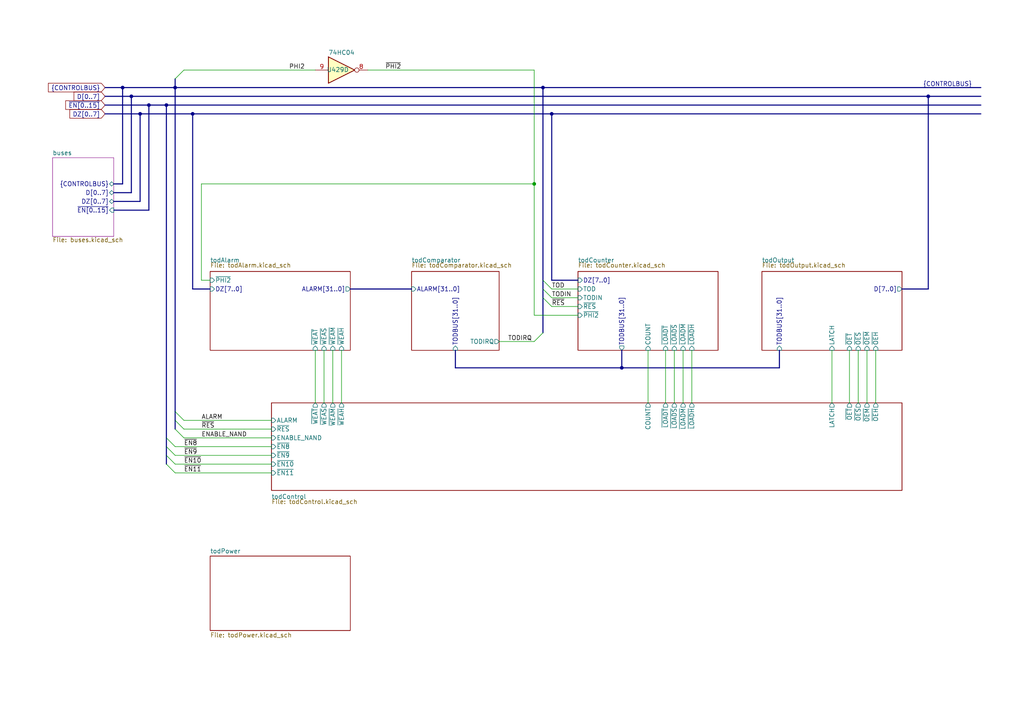
<source format=kicad_sch>
(kicad_sch (version 20211123) (generator eeschema)
  (paper "A4")
  (title_block (title "74HCT6526 Board 4") (date "2023-06-22") (rev "0.2.2") (company "Daniel Molina") (comment 1 "https://github.com/dmolinagarcia/74HCT6526"))
  (lib_symbols
    (symbol "74xx:74HC04"
      (property "Reference" "U" (at 0 1.27 0))
      (property "Value" "74HC04" (at 0 -1.27 0))
      (symbol "74HC04_1_0"
        (polyline (pts (xy -3.81 3.81) (xy -3.81 -3.81) (xy 3.81 0) (xy -3.81 3.81)) (stroke (width 0.254)) (fill (type background)))
        (pin input line (at -7.62 0 0) (length 3.81) (name "~") (number "1"))
        (pin output inverted (at 7.62 0 180) (length 3.81) (name "~") (number "2"))
      )
      (symbol "74HC04_2_0"
        (polyline (pts (xy -3.81 3.81) (xy -3.81 -3.81) (xy 3.81 0) (xy -3.81 3.81)) (stroke (width 0.254)) (fill (type background)))
        (pin input line (at -7.62 0 0) (length 3.81) (name "~") (number "3"))
        (pin output inverted (at 7.62 0 180) (length 3.81) (name "~") (number "4"))
      )
      (symbol "74HC04_3_0"
        (polyline (pts (xy -3.81 3.81) (xy -3.81 -3.81) (xy 3.81 0) (xy -3.81 3.81)) (stroke (width 0.254)) (fill (type background)))
        (pin input line (at -7.62 0 0) (length 3.81) (name "~") (number "5"))
        (pin output inverted (at 7.62 0 180) (length 3.81) (name "~") (number "6"))
      )
      (symbol "74HC04_4_0"
        (polyline (pts (xy -3.81 3.81) (xy -3.81 -3.81) (xy 3.81 0) (xy -3.81 3.81)) (stroke (width 0.254)) (fill (type background)))
        (pin output inverted (at 7.62 0 180) (length 3.81) (name "~") (number "8"))
        (pin input line (at -7.62 0 0) (length 3.81) (name "~") (number "9"))
      )
      (symbol "74HC04_5_0"
        (polyline (pts (xy -3.81 3.81) (xy -3.81 -3.81) (xy 3.81 0) (xy -3.81 3.81)) (stroke (width 0.254)) (fill (type background)))
        (pin output inverted (at 7.62 0 180) (length 3.81) (name "~") (number "10"))
        (pin input line (at -7.62 0 0) (length 3.81) (name "~") (number "11"))
      )
      (symbol "74HC04_6_0"
        (polyline (pts (xy -3.81 3.81) (xy -3.81 -3.81) (xy 3.81 0) (xy -3.81 3.81)) (stroke (width 0.254)) (fill (type background)))
        (pin output inverted (at 7.62 0 180) (length 3.81) (name "~") (number "12"))
        (pin input line (at -7.62 0 0) (length 3.81) (name "~") (number "13"))
      )
      (symbol "74HC04_7_0"
        (pin power_in line (at 0 12.7 270) (length 5.08) (name "VCC") (number "14"))
        (pin power_in line (at 0 -12.7 90) (length 5.08) (name "GND") (number "7"))
      )
      (symbol "74HC04_7_1"
        (rectangle (start -5.08 7.62) (end 5.08 -7.62) (stroke (width 0.254)) (fill (type background)))
      )
    )
  )
  (bus_alias "ENABLEBUS" (members "~{EN[0..15]}"))
  (bus_alias "DATABUS" (members "D[0..7]" "DZ[0..7]"))
  (bus_alias "CONTROLBUS" (members "TASTART" "CNT" "SP" "PHI2" "~{FLAG}" "TOD" "TAPULSE" "TBPULSE" "TODIRQ" "~{IRQ}" "PB6ON" "PB7ON" "TAOUT" "TBOUT" "SPMODE" "TODIN" "ALARM" "ENABLE_NAND" "TARUNMODE" "~{RES}"))
  (junction (at 154.94 53.34))
  (junction (at 50.8 25.4))
  (junction (at 43.18 30.48))
  (junction (at 35.56 25.4))
  (junction (at 180.34 106.68))
  (junction (at 160.02 33.02))
  (junction (at 40.64 33.02))
  (junction (at 55.88 33.02))
  (junction (at 38.1 27.94))
  (junction (at 157.48 25.4))
  (junction (at 269.24 27.94))
  (junction (at 48.26 30.48))
  (bus_entry (at 157.48 81.28) (size 2.54 2.54))
  (bus_entry (at 154.94 99.06) (size 2.54 -2.54))
  (bus_entry (at 50.8 22.86) (size 2.54 -2.54))
  (bus_entry (at 50.8 119.38) (size 2.54 2.54))
  (bus_entry (at 50.8 121.92) (size 2.54 2.54))
  (bus_entry (at 50.8 124.46) (size 2.54 2.54))
  (bus_entry (at 157.48 83.82) (size 2.54 2.54))
  (bus_entry (at 157.48 86.36) (size 2.54 2.54))
  (bus_entry (at 48.26 134.62) (size 2.54 2.54))
  (bus_entry (at 48.26 132.08) (size 2.54 2.54))
  (bus_entry (at 48.26 129.54) (size 2.54 2.54))
  (bus_entry (at 48.26 127) (size 2.54 2.54))
  (wire (pts (xy 50.8 134.62) (xy 78.74 134.62)))
  (wire (pts (xy 154.94 20.32) (xy 154.94 53.34)))
  (wire (pts (xy 50.8 132.08) (xy 78.74 132.08)))
  (bus (pts (xy 50.8 121.92) (xy 50.8 124.46)))
  (bus (pts (xy 30.48 27.94) (xy 38.1 27.94)))
  (wire (pts (xy 187.96 101.6) (xy 187.96 116.84)))
  (wire (pts (xy 195.58 101.6) (xy 195.58 116.84)))
  (bus (pts (xy 48.26 129.54) (xy 48.26 132.08)))
  (wire (pts (xy 53.34 20.32) (xy 91.44 20.32)))
  (bus (pts (xy 269.24 83.82) (xy 269.24 27.94)))
  (wire (pts (xy 248.92 101.6) (xy 248.92 116.84)))
  (wire (pts (xy 99.06 101.6) (xy 99.06 116.84)))
  (bus (pts (xy 50.8 119.38) (xy 50.8 121.92)))
  (wire (pts (xy 154.94 91.44) (xy 167.64 91.44)))
  (bus (pts (xy 33.02 55.88) (xy 38.1 55.88)))
  (wire (pts (xy 53.34 121.92) (xy 78.74 121.92)))
  (wire (pts (xy 53.34 127) (xy 78.74 127)))
  (bus (pts (xy 40.64 58.42) (xy 40.64 33.02)))
  (wire (pts (xy 50.8 129.54) (xy 78.74 129.54)))
  (wire (pts (xy 160.02 83.82) (xy 167.64 83.82)))
  (wire (pts (xy 254 101.6) (xy 254 116.84)))
  (wire (pts (xy 251.46 101.6) (xy 251.46 116.84)))
  (bus (pts (xy 35.56 25.4) (xy 50.8 25.4)))
  (bus (pts (xy 33.02 60.96) (xy 43.18 60.96)))
  (wire (pts (xy 58.42 53.34) (xy 58.42 81.28)))
  (bus (pts (xy 30.48 25.4) (xy 35.56 25.4)))
  (bus (pts (xy 43.18 60.96) (xy 43.18 30.48)))
  (wire (pts (xy 144.78 99.06) (xy 154.94 99.06)))
  (wire (pts (xy 246.38 101.6) (xy 246.38 116.84)))
  (bus (pts (xy 48.26 30.48) (xy 284.48 30.48)))
  (wire (pts (xy 58.42 81.28) (xy 60.96 81.28)))
  (bus (pts (xy 157.48 25.4) (xy 157.48 81.28)))
  (bus (pts (xy 38.1 27.94) (xy 269.24 27.94)))
  (bus (pts (xy 160.02 33.02) (xy 160.02 81.28)))
  (bus (pts (xy 180.34 106.68) (xy 226.06 106.68)))
  (wire (pts (xy 241.3 101.6) (xy 241.3 116.84)))
  (bus (pts (xy 55.88 33.02) (xy 160.02 33.02)))
  (bus (pts (xy 261.62 83.82) (xy 269.24 83.82)))
  (wire (pts (xy 96.52 101.6) (xy 96.52 116.84)))
  (wire (pts (xy 58.42 53.34) (xy 154.94 53.34)))
  (wire (pts (xy 154.94 53.34) (xy 154.94 91.44)))
  (bus (pts (xy 33.02 53.34) (xy 35.56 53.34)))
  (bus (pts (xy 157.48 86.36) (xy 157.48 96.52)))
  (wire (pts (xy 106.68 20.32) (xy 154.94 20.32)))
  (bus (pts (xy 30.48 33.02) (xy 40.64 33.02)))
  (bus (pts (xy 33.02 58.42) (xy 40.64 58.42)))
  (bus (pts (xy 157.48 83.82) (xy 157.48 86.36)))
  (wire (pts (xy 53.34 124.46) (xy 78.74 124.46)))
  (bus (pts (xy 55.88 83.82) (xy 60.96 83.82)))
  (bus (pts (xy 226.06 106.68) (xy 226.06 101.6)))
  (wire (pts (xy 198.12 101.6) (xy 198.12 116.84)))
  (bus (pts (xy 48.26 30.48) (xy 48.26 127)))
  (bus (pts (xy 50.8 25.4) (xy 50.8 119.38)))
  (wire (pts (xy 93.98 101.6) (xy 93.98 116.84)))
  (bus (pts (xy 180.34 101.6) (xy 180.34 106.68)))
  (wire (pts (xy 50.8 137.16) (xy 78.74 137.16)))
  (bus (pts (xy 101.6 83.82) (xy 119.38 83.82)))
  (bus (pts (xy 35.56 25.4) (xy 35.56 53.34)))
  (wire (pts (xy 91.44 101.6) (xy 91.44 116.84)))
  (wire (pts (xy 160.02 88.9) (xy 167.64 88.9)))
  (bus (pts (xy 43.18 30.48) (xy 48.26 30.48)))
  (bus (pts (xy 132.08 106.68) (xy 180.34 106.68)))
  (bus (pts (xy 50.8 25.4) (xy 157.48 25.4)))
  (bus (pts (xy 30.48 30.48) (xy 43.18 30.48)))
  (bus (pts (xy 132.08 101.6) (xy 132.08 106.68)))
  (bus (pts (xy 160.02 33.02) (xy 284.48 33.02)))
  (bus (pts (xy 50.8 25.4) (xy 50.8 22.86)))
  (bus (pts (xy 269.24 27.94) (xy 284.48 27.94)))
  (bus (pts (xy 157.48 81.28) (xy 157.48 83.82)))
  (wire (pts (xy 193.04 101.6) (xy 193.04 116.84)))
  (bus (pts (xy 157.48 25.4) (xy 284.48 25.4)))
  (bus (pts (xy 167.64 81.28) (xy 160.02 81.28)))
  (bus (pts (xy 48.26 127) (xy 48.26 129.54)))
  (bus (pts (xy 40.64 33.02) (xy 55.88 33.02)))
  (bus (pts (xy 48.26 132.08) (xy 48.26 134.62)))
  (bus (pts (xy 38.1 55.88) (xy 38.1 27.94)))
  (wire (pts (xy 200.66 101.6) (xy 200.66 116.84)))
  (wire (pts (xy 160.02 86.36) (xy 167.64 86.36)))
  (bus (pts (xy 55.88 33.02) (xy 55.88 83.82)))
  (label "TOD" (at 160.02 83.82 0))
  (label "ALARM" (at 58.42 121.92 0))
  (label "~{RES}" (at 160.02 88.9 0))
  (label "{CONTROLBUS}" (at 281.94 25.4 180))
  (label "~{EN11}" (at 53.34 137.16 0))
  (label "PHI2" (at 83.82 20.32 0))
  (label "~{RES}" (at 58.42 124.46 0))
  (label "TODIN" (at 160.02 86.36 0))
  (label "~{EN10}" (at 53.34 134.62 0))
  (label "ENABLE_NAND" (at 58.42 127 0))
  (label "~{EN9}" (at 53.34 132.08 0))
  (label "~{EN8}" (at 53.34 129.54 0))
  (label "~{PHI2}" (at 111.76 20.32 0))
  (label "TODIRQ" (at 147.32 99.06 0))
  (global_label "D[0..7]" (shape input) (at 30.48 27.94 180) (property "Intersheet References" "${INTERSHEET_REFS}" (effects hide)))
  (global_label "~{EN[0..15]}" (shape input) (at 30.48 30.48 180) (property "Intersheet References" "${INTERSHEET_REFS}" (effects hide)))
  (global_label "{CONTROLBUS}" (shape input) (at 30.48 25.4 180) (property "Intersheet References" "${INTERSHEET_REFS}" (effects hide)))
  (global_label "DZ[0..7]" (shape input) (at 30.48 33.02 180) (property "Intersheet References" "${INTERSHEET_REFS}" (effects hide)))
  (symbol (lib_id "74xx:74HC04") (at 99.06 20.32 0) (unit 4)
    (property "Reference" "U429" (at 97.9644 20.2245 0))
    (property "Value" "74HC04" (at 99.06 15.24 0))
    (property "Footprint" "Package_SO:SOIC-14_3.9x8.7mm_P1.27mm" (effects hide))
    (property "Datasheet" "https://assets.nexperia.com/documents/data-sheet/74HC_HCT04.pdf" (effects hide))
  )
  (sheet (at 119.38 78.74) (size 25.4 22.86) (stroke (width 0.1524))
    (property "Sheet name" "todComparator" (at 119.38 76.2 0) (effects (justify left bottom)))
    (property "Sheet file" "todComparator.kicad_sch" (at 119.38 76.2 0) (effects (justify left top)))
    (pin "ALARM[31..0]" input (at 119.38 83.82 180))
    (pin "TODBUS[31..0]" input (at 132.08 101.6 270))
    (pin "TODIRQ" output (at 144.78 99.06 0))
  )
  (sheet (at 220.98 78.74) (size 40.64 22.86) (stroke (width 0.1524))
    (property "Sheet name" "todOutput" (at 220.98 76.2 0) (effects (justify left bottom)))
    (property "Sheet file" "todOutput.kicad_sch" (at 220.98 76.2 0) (effects (justify left top)))
    (pin "D[7..0]" output (at 261.62 83.82 0))
    (pin "TODBUS[31..0]" input (at 226.06 101.6 270))
    (pin "LATCH" input (at 241.3 101.6 270))
    (pin "~{OET}" input (at 246.38 101.6 270))
    (pin "~{OES}" input (at 248.92 101.6 270))
    (pin "~{OEM}" input (at 251.46 101.6 270))
    (pin "~{OEH}" input (at 254 101.6 270))
  )
  (sheet (at 78.74 116.84) (size 182.88 25.4) (stroke (width 0.1524))
    (property "Sheet name" "todControl" (at 78.74 144.78 0) (effects (justify left bottom)))
    (property "Sheet file" "todControl.kicad_sch" (at 78.74 144.78 0) (effects (justify left top)))
    (pin "ALARM" input (at 78.74 121.92 180))
    (pin "~{EN8}" input (at 78.74 129.54 180))
    (pin "~{EN9}" input (at 78.74 132.08 180))
    (pin "~{EN10}" input (at 78.74 134.62 180))
    (pin "~{EN11}" input (at 78.74 137.16 180))
    (pin "~{RES}" input (at 78.74 124.46 180))
    (pin "~{WEAT}" output (at 91.44 116.84 90))
    (pin "~{WEAS}" output (at 93.98 116.84 90))
    (pin "~{OET}" output (at 246.38 116.84 90))
    (pin "~{OES}" output (at 248.92 116.84 90))
    (pin "~{WEAM}" output (at 96.52 116.84 90))
    (pin "~{WEAH}" output (at 99.06 116.84 90))
    (pin "~{OEM}" output (at 251.46 116.84 90))
    (pin "~{OEH}" output (at 254 116.84 90))
    (pin "LATCH" output (at 241.3 116.84 90))
    (pin "COUNT" output (at 187.96 116.84 90))
    (pin "~{LOADT}" output (at 193.04 116.84 90))
    (pin "~{LOADS}" output (at 195.58 116.84 90))
    (pin "~{LOADM}" output (at 198.12 116.84 90))
    (pin "~{LOADH}" output (at 200.66 116.84 90))
    (pin "ENABLE_NAND" input (at 78.74 127 180))
  )
  (sheet (at 15.24 45.72) (size 17.78 22.86) (stroke (width 0.001) (color 132 0 132 1)) (fill (color 255 255 255 0.0000))
    (property "Sheet name" "buses" (at 15.24 45.0841 0) (effects (justify left bottom)))
    (property "Sheet file" "buses.kicad_sch" (at 15.24 68.8349 0) (effects (justify left top)))
    (pin "{CONTROLBUS}" bidirectional (at 33.02 53.34 0))
    (pin "D[0..7]" bidirectional (at 33.02 55.88 0))
    (pin "~{EN[0..15]}" input (at 33.02 60.96 0))
    (pin "DZ[0..7]" bidirectional (at 33.02 58.42 0))
  )
  (sheet (at 167.64 78.74) (size 40.64 22.86) (stroke (width 0.1524))
    (property "Sheet name" "todCounter" (at 167.64 76.2 0) (effects (justify left bottom)))
    (property "Sheet file" "todCounter.kicad_sch" (at 167.64 76.2 0) (effects (justify left top)))
    (pin "DZ[7..0]" input (at 167.64 81.28 180))
    (pin "TODIN" input (at 167.64 86.36 180))
    (pin "~{RES}" input (at 167.64 88.9 180))
    (pin "~{PHI2}" input (at 167.64 91.44 180))
    (pin "TODBUS[31..0]" output (at 180.34 101.6 270))
    (pin "COUNT" input (at 187.96 101.6 270))
    (pin "~{LOADT}" input (at 193.04 101.6 270))
    (pin "~{LOADS}" input (at 195.58 101.6 270))
    (pin "~{LOADM}" input (at 198.12 101.6 270))
    (pin "~{LOADH}" input (at 200.66 101.6 270))
    (pin "TOD" input (at 167.64 83.82 180))
  )
  (sheet (at 60.96 161.29) (size 40.64 21.59) (stroke (width 0.1524))
    (property "Sheet name" "todPower" (at 60.96 160.5784 0) (effects (justify left bottom)))
    (property "Sheet file" "todPower.kicad_sch" (at 60.96 183.4646 0) (effects (justify left top)))
  )
  (sheet (at 60.96 78.74) (size 40.64 22.86) (stroke (width 0.1524))
    (property "Sheet name" "todAlarm" (at 60.96 76.2 0) (effects (justify left bottom)))
    (property "Sheet file" "todAlarm.kicad_sch" (at 60.96 76.2 0) (effects (justify left top)))
    (pin "DZ[7..0]" input (at 60.96 83.82 180))
    (pin "ALARM[31..0]" output (at 101.6 83.82 0))
    (pin "~{WEAT}" input (at 91.44 101.6 270))
    (pin "~{WEAS}" input (at 93.98 101.6 270))
    (pin "~{WEAM}" input (at 96.52 101.6 270))
    (pin "~{WEAH}" input (at 99.06 101.6 270))
    (pin "~{PHI2}" input (at 60.96 81.28 180))
  )
)
</source>
